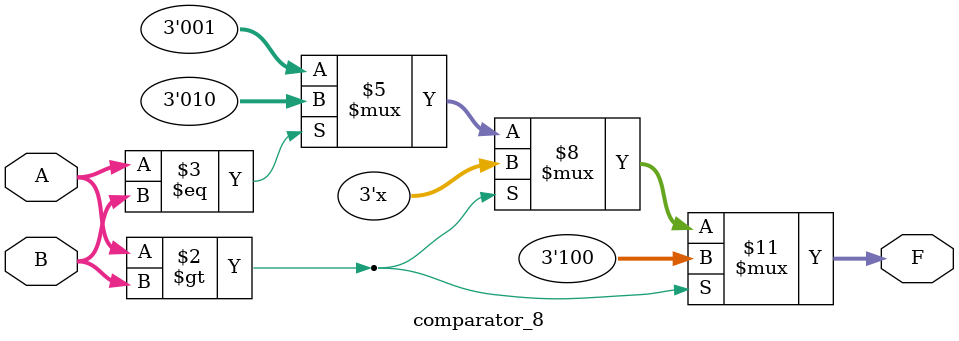
<source format=v>
module comparator_8(F, A, B);
input [7:0]A;
input [7:0]B;
output [2:0]F;
reg [2:0]F;

always@(A or B)
if (A>B) begin
    F=100;
end
else if (A==B) begin
    F=010;
end 
else begin
    F=001;
end
endmodule




</source>
